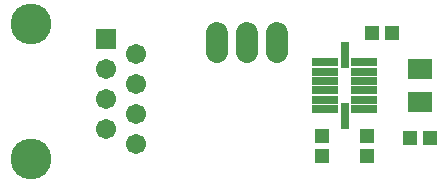
<source format=gts>
G75*
%MOIN*%
%OFA0B0*%
%FSLAX24Y24*%
%IPPOS*%
%LPD*%
%AMOC8*
5,1,8,0,0,1.08239X$1,22.5*
%
%ADD10R,0.0513X0.0474*%
%ADD11R,0.0789X0.0710*%
%ADD12C,0.0720*%
%ADD13R,0.0916X0.0277*%
%ADD14R,0.0277X0.0916*%
%ADD15C,0.0674*%
%ADD16R,0.0674X0.0674*%
%ADD17C,0.1360*%
D10*
X012904Y001459D03*
X014404Y001459D03*
X015819Y002044D03*
X016488Y002044D03*
X014404Y002129D03*
X012904Y002129D03*
X014569Y005544D03*
X015238Y005544D03*
D11*
X016154Y004345D03*
X016154Y003243D03*
D12*
X011404Y004921D02*
X011404Y005561D01*
X010404Y005561D02*
X010404Y004921D01*
X009404Y004921D02*
X009404Y005561D01*
D13*
X013012Y004581D03*
X013009Y004267D03*
X013009Y003952D03*
X013009Y003637D03*
X013009Y003322D03*
X013009Y003007D03*
X014299Y003007D03*
X014299Y003322D03*
X014299Y003637D03*
X014299Y003952D03*
X014299Y004267D03*
X014299Y004581D03*
D14*
X013654Y004818D03*
X013654Y002770D03*
D15*
X006704Y002844D03*
X005704Y002344D03*
X006704Y001844D03*
X005704Y003344D03*
X006704Y003844D03*
X005704Y004344D03*
X006704Y004844D03*
D16*
X005704Y005344D03*
D17*
X003204Y001344D03*
X003204Y005844D03*
M02*

</source>
